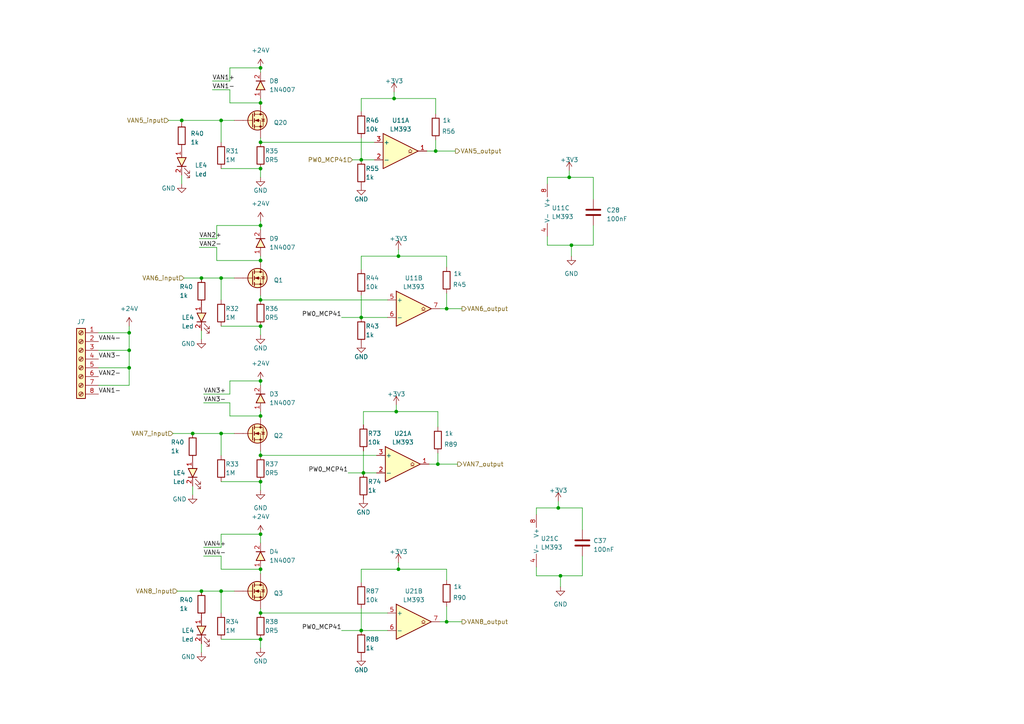
<source format=kicad_sch>
(kicad_sch (version 20230121) (generator eeschema)
  (paper "A4")
  (lib_symbols
    (symbol "Comparator:LM393" (pin_names (offset 0.127))
      (property "Reference" "U" (at 3.81 3.81 0))
      (property "Value" "LM393" (at 6.35 -3.81 0))
      (symbol "LM393_1_1"
        (polyline (pts (xy -5.08 5.08) (xy 5.08 0) (xy -5.08 -5.08) (xy -5.08 5.08)) (stroke (width 0.254)) (fill (type background)))
        (polyline (pts (xy 3.302 -0.508) (xy 2.794 -0.508) (xy 3.302 0) (xy 2.794 0.508) (xy 2.286 0) (xy 2.794 -0.508) (xy 2.286 -0.508)) (stroke (width 0.127)))
        (pin open_collector line (at 7.62 0 180) (length 2.54) (name "~") (number "1"))
        (pin input line (at -7.62 -2.54 0) (length 2.54) (name "-") (number "2"))
        (pin input line (at -7.62 2.54 0) (length 2.54) (name "+") (number "3"))
      )
      (symbol "LM393_2_1"
        (polyline (pts (xy -5.08 5.08) (xy 5.08 0) (xy -5.08 -5.08) (xy -5.08 5.08)) (stroke (width 0.254)) (fill (type background)))
        (polyline (pts (xy 3.302 -0.508) (xy 2.794 -0.508) (xy 3.302 0) (xy 2.794 0.508) (xy 2.286 0) (xy 2.794 -0.508) (xy 2.286 -0.508)) (stroke (width 0.127)))
        (pin input line (at -7.62 2.54 0) (length 2.54) (name "+") (number "5"))
        (pin input line (at -7.62 -2.54 0) (length 2.54) (name "-") (number "6"))
        (pin open_collector line (at 7.62 0 180) (length 2.54) (name "~") (number "7"))
      )
      (symbol "LM393_3_1"
        (pin power_in line (at -2.54 -7.62 90) (length 3.81) (name "V-") (number "4"))
        (pin power_in line (at -2.54 7.62 270) (length 3.81) (name "V+") (number "8"))
      )
    )
    (symbol "Connector:Screw_Terminal_01x08" (pin_names (offset 1.016) hide)
      (property "Reference" "J" (at 0 10.16 0))
      (property "Value" "Screw_Terminal_01x08" (at 0 -12.7 0))
      (symbol "Screw_Terminal_01x08_1_1"
        (rectangle (start -1.27 8.89) (end 1.27 -11.43) (stroke (width 0.254)) (fill (type background)))
        (circle (center 0 -10.16) (radius 0.635) (stroke (width 0.1524)))
        (circle (center 0 -7.62) (radius 0.635) (stroke (width 0.1524)))
        (circle (center 0 -5.08) (radius 0.635) (stroke (width 0.1524)))
        (circle (center 0 -2.54) (radius 0.635) (stroke (width 0.1524)))
        (polyline (pts (xy -0.5334 -9.8298) (xy 0.3302 -10.668)) (stroke (width 0.1524)))
        (polyline (pts (xy -0.5334 -7.2898) (xy 0.3302 -8.128)) (stroke (width 0.1524)))
        (polyline (pts (xy -0.5334 -4.7498) (xy 0.3302 -5.588)) (stroke (width 0.1524)))
        (polyline (pts (xy -0.5334 -2.2098) (xy 0.3302 -3.048)) (stroke (width 0.1524)))
        (polyline (pts (xy -0.5334 0.3302) (xy 0.3302 -0.508)) (stroke (width 0.1524)))
        (polyline (pts (xy -0.5334 2.8702) (xy 0.3302 2.032)) (stroke (width 0.1524)))
        (polyline (pts (xy -0.5334 5.4102) (xy 0.3302 4.572)) (stroke (width 0.1524)))
        (polyline (pts (xy -0.5334 7.9502) (xy 0.3302 7.112)) (stroke (width 0.1524)))
        (polyline (pts (xy -0.3556 -9.652) (xy 0.508 -10.4902)) (stroke (width 0.1524)))
        (polyline (pts (xy -0.3556 -7.112) (xy 0.508 -7.9502)) (stroke (width 0.1524)))
        (polyline (pts (xy -0.3556 -4.572) (xy 0.508 -5.4102)) (stroke (width 0.1524)))
        (polyline (pts (xy -0.3556 -2.032) (xy 0.508 -2.8702)) (stroke (width 0.1524)))
        (polyline (pts (xy -0.3556 0.508) (xy 0.508 -0.3302)) (stroke (width 0.1524)))
        (polyline (pts (xy -0.3556 3.048) (xy 0.508 2.2098)) (stroke (width 0.1524)))
        (polyline (pts (xy -0.3556 5.588) (xy 0.508 4.7498)) (stroke (width 0.1524)))
        (polyline (pts (xy -0.3556 8.128) (xy 0.508 7.2898)) (stroke (width 0.1524)))
        (circle (center 0 0) (radius 0.635) (stroke (width 0.1524)))
        (circle (center 0 2.54) (radius 0.635) (stroke (width 0.1524)))
        (circle (center 0 5.08) (radius 0.635) (stroke (width 0.1524)))
        (circle (center 0 7.62) (radius 0.635) (stroke (width 0.1524)))
        (pin passive line (at -5.08 7.62 0) (length 3.81) (name "Pin_1") (number "1"))
        (pin passive line (at -5.08 5.08 0) (length 3.81) (name "Pin_2") (number "2"))
        (pin passive line (at -5.08 2.54 0) (length 3.81) (name "Pin_3") (number "3"))
        (pin passive line (at -5.08 0 0) (length 3.81) (name "Pin_4") (number "4"))
        (pin passive line (at -5.08 -2.54 0) (length 3.81) (name "Pin_5") (number "5"))
        (pin passive line (at -5.08 -5.08 0) (length 3.81) (name "Pin_6") (number "6"))
        (pin passive line (at -5.08 -7.62 0) (length 3.81) (name "Pin_7") (number "7"))
        (pin passive line (at -5.08 -10.16 0) (length 3.81) (name "Pin_8") (number "8"))
      )
    )
    (symbol "Device:C" (pin_numbers hide) (pin_names (offset 0.254))
      (property "Reference" "C" (at 0.635 2.54 0))
      (property "Value" "C" (at 0.635 -2.54 0))
      (symbol "C_0_1"
        (polyline (pts (xy -2.032 -0.762) (xy 2.032 -0.762)) (stroke (width 0.508)))
        (polyline (pts (xy -2.032 0.762) (xy 2.032 0.762)) (stroke (width 0.508)))
      )
      (symbol "C_1_1"
        (pin passive line (at 0 3.81 270) (length 2.794) (name "~") (number "1"))
        (pin passive line (at 0 -3.81 90) (length 2.794) (name "~") (number "2"))
      )
    )
    (symbol "Device:R" (pin_numbers hide) (pin_names (offset 0))
      (property "Reference" "R" (at 2.032 0 90))
      (property "Value" "R" (at 0 0 90))
      (symbol "R_0_1"
        (rectangle (start -1.016 -2.54) (end 1.016 2.54) (stroke (width 0.254)))
      )
      (symbol "R_1_1"
        (pin passive line (at 0 3.81 270) (length 1.27) (name "~") (number "1"))
        (pin passive line (at 0 -3.81 90) (length 1.27) (name "~") (number "2"))
      )
    )
    (symbol "IVS_SYMBOLS:Led"
      (property "Reference" "LE" (at 0.508 -2.794 0))
      (property "Value" "Led" (at -0.254 2.794 0))
      (symbol "Led_0_1"
        (polyline (pts (xy 0 -1.27) (xy 0 1.27)) (stroke (width 0.254)))
        (polyline (pts (xy 2.54 -1.27) (xy 2.54 1.27) (xy 0 0) (xy 2.54 -1.27)) (stroke (width 0.254)) (fill (type background)))
        (polyline (pts (xy -1.778 -0.762) (xy -3.302 -2.286) (xy -2.54 -2.286) (xy -3.302 -2.286) (xy -3.302 -1.524)))
        (polyline (pts (xy -0.508 -0.762) (xy -2.032 -2.286) (xy -1.27 -2.286) (xy -2.032 -2.286) (xy -2.032 -1.524)))
      )
      (symbol "Led_1_1"
        (pin passive line (at 5.08 0 180) (length 2.54) (name "") (number "1"))
        (pin passive line (at -2.54 0 0) (length 2.54) (name "") (number "2"))
      )
    )
    (symbol "IVS_SYMBOLS:N_Mosfet" (pin_numbers hide) (pin_names hide)
      (property "Reference" "Q" (at 2.794 1.2192 0))
      (symbol "N_Mosfet_0_1"
        (circle (center -0.889 0) (radius 2.794) (stroke (width 0.254)) (fill (type background)))
        (circle (center 0 -1.778) (radius 0.254) (fill (type outline)))
        (polyline (pts (xy -2.286 0) (xy -5.08 0)))
        (polyline (pts (xy -2.286 1.905) (xy -2.286 -1.905)) (stroke (width 0.254)))
        (polyline (pts (xy -1.778 -1.27) (xy -1.778 -2.286)) (stroke (width 0.254)))
        (polyline (pts (xy -1.778 0.508) (xy -1.778 -0.508)) (stroke (width 0.254)))
        (polyline (pts (xy -1.778 2.286) (xy -1.778 1.27)) (stroke (width 0.254)))
        (polyline (pts (xy 0 2.54) (xy 0 1.778)))
        (polyline (pts (xy 0 -2.54) (xy 0 0) (xy -1.778 0)))
        (polyline (pts (xy -1.778 -1.778) (xy 0.762 -1.778) (xy 0.762 1.778) (xy -1.778 1.778)))
        (polyline (pts (xy -1.524 0) (xy -0.508 0.381) (xy -0.508 -0.381) (xy -1.524 0)) (fill (type outline)))
        (polyline (pts (xy 0.254 0.508) (xy 0.381 0.381) (xy 1.143 0.381) (xy 1.27 0.254)))
        (polyline (pts (xy 0.762 0.381) (xy 0.381 -0.254) (xy 1.143 -0.254) (xy 0.762 0.381)))
        (circle (center 0 1.778) (radius 0.254) (fill (type outline)))
      )
      (symbol "N_Mosfet_1_1"
        (pin input line (at -7.62 0 0) (length 2.54) (name "G") (number "1"))
        (pin passive line (at 0 -5.08 90) (length 2.54) (name "S") (number "2"))
        (pin passive line (at 0 5.08 270) (length 2.54) (name "D") (number "3"))
      )
    )
    (symbol "IVS_SYMBOL_DIR:D_Diode"
      (property "Reference" "D" (at 0 2.54 0))
      (property "Value" "D_Diode" (at 0 -2.54 0))
      (symbol "D_Diode_0_1"
        (polyline (pts (xy 0 1.27) (xy 0 -1.27)) (stroke (width 0.254)))
        (polyline (pts (xy 2.54 1.27) (xy 2.54 -1.27) (xy 0 0) (xy 2.54 1.27)) (stroke (width 0.254)) (fill (type background)))
      )
      (symbol "D_Diode_1_1"
        (pin passive line (at 5.08 0 180) (length 2.54) (name "") (number "1"))
        (pin passive line (at -2.54 0 0) (length 2.54) (name "") (number "2"))
      )
    )
    (symbol "Led_1"
      (property "Reference" "LE" (at 0.508 -2.794 0))
      (property "Value" "Led" (at -0.254 2.794 0))
      (symbol "Led_1_0_1"
        (polyline (pts (xy 0 -1.27) (xy 0 1.27)) (stroke (width 0.254)))
        (polyline (pts (xy 2.54 -1.27) (xy 2.54 1.27) (xy 0 0) (xy 2.54 -1.27)) (stroke (width 0.254)) (fill (type background)))
        (polyline (pts (xy -1.778 -0.762) (xy -3.302 -2.286) (xy -2.54 -2.286) (xy -3.302 -2.286) (xy -3.302 -1.524)))
        (polyline (pts (xy -0.508 -0.762) (xy -2.032 -2.286) (xy -1.27 -2.286) (xy -2.032 -2.286) (xy -2.032 -1.524)))
      )
      (symbol "Led_1_1_1"
        (pin passive line (at 5.08 0 180) (length 2.54) (name "") (number "1"))
        (pin passive line (at -2.54 0 0) (length 2.54) (name "") (number "2"))
      )
    )
    (symbol "Led_2"
      (property "Reference" "LE" (at 0.508 -2.794 0))
      (property "Value" "Led" (at -0.254 2.794 0))
      (symbol "Led_2_0_1"
        (polyline (pts (xy 0 -1.27) (xy 0 1.27)) (stroke (width 0.254)))
        (polyline (pts (xy 2.54 -1.27) (xy 2.54 1.27) (xy 0 0) (xy 2.54 -1.27)) (stroke (width 0.254)) (fill (type background)))
        (polyline (pts (xy -1.778 -0.762) (xy -3.302 -2.286) (xy -2.54 -2.286) (xy -3.302 -2.286) (xy -3.302 -1.524)))
        (polyline (pts (xy -0.508 -0.762) (xy -2.032 -2.286) (xy -1.27 -2.286) (xy -2.032 -2.286) (xy -2.032 -1.524)))
      )
      (symbol "Led_2_1_1"
        (pin passive line (at 5.08 0 180) (length 2.54) (name "") (number "1"))
        (pin passive line (at -2.54 0 0) (length 2.54) (name "") (number "2"))
      )
    )
    (symbol "Led_3"
      (property "Reference" "LE" (at 0.508 -2.794 0))
      (property "Value" "Led" (at -0.254 2.794 0))
      (symbol "Led_3_0_1"
        (polyline (pts (xy 0 -1.27) (xy 0 1.27)) (stroke (width 0.254)))
        (polyline (pts (xy 2.54 -1.27) (xy 2.54 1.27) (xy 0 0) (xy 2.54 -1.27)) (stroke (width 0.254)) (fill (type background)))
        (polyline (pts (xy -1.778 -0.762) (xy -3.302 -2.286) (xy -2.54 -2.286) (xy -3.302 -2.286) (xy -3.302 -1.524)))
        (polyline (pts (xy -0.508 -0.762) (xy -2.032 -2.286) (xy -1.27 -2.286) (xy -2.032 -2.286) (xy -2.032 -1.524)))
      )
      (symbol "Led_3_1_1"
        (pin passive line (at 5.08 0 180) (length 2.54) (name "") (number "1"))
        (pin passive line (at -2.54 0 0) (length 2.54) (name "") (number "2"))
      )
    )
    (symbol "power:+24V" (power) (pin_names (offset 0))
      (property "Value" "+24V" (at 0 3.556 0))
      (symbol "+24V_0_1"
        (polyline (pts (xy -0.762 1.27) (xy 0 2.54)))
        (polyline (pts (xy 0 0) (xy 0 2.54)))
        (polyline (pts (xy 0 2.54) (xy 0.762 1.27)))
      )
      (symbol "+24V_1_1"
        (pin power_in line (at 0 0 90) (length 0) hide (name "+24V") (number "1"))
      )
    )
    (symbol "power:+3V3" (power) (pin_names (offset 0))
      (property "Value" "+3V3" (at 0 3.556 0))
      (symbol "+3V3_0_1"
        (polyline (pts (xy -0.762 1.27) (xy 0 2.54)))
        (polyline (pts (xy 0 0) (xy 0 2.54)))
        (polyline (pts (xy 0 2.54) (xy 0.762 1.27)))
      )
      (symbol "+3V3_1_1"
        (pin power_in line (at 0 0 90) (length 0) hide (name "+3V3") (number "1"))
      )
    )
    (symbol "power:GND" (power) (pin_names (offset 0))
      (property "Value" "GND" (at 0 -3.81 0))
      (symbol "GND_0_1"
        (polyline (pts (xy 0 0) (xy 0 -1.27) (xy 1.27 -1.27) (xy 0 -2.54) (xy -1.27 -1.27) (xy 0 -1.27)))
      )
      (symbol "GND_1_1"
        (pin power_in line (at 0 0 270) (length 0) hide (name "GND") (number "1"))
      )
    )
  )
  (junction (at 165.1 51.435))
  (junction (at 75.565 29.845))
  (junction (at 64.135 171.45))
  (junction (at 161.925 147.32))
  (junction (at 105.41 137.16))
  (junction (at 104.775 92.075))
  (junction (at 104.775 182.88))
  (junction (at 165.735 71.12))
  (junction (at 75.565 132.08))
  (junction (at 37.465 106.68))
  (junction (at 64.135 80.645))
  (junction (at 75.565 185.42))
  (junction (at 75.565 110.49))
  (junction (at 37.465 101.6))
  (junction (at 162.56 167.005))
  (junction (at 129.54 180.34))
  (junction (at 37.465 96.52))
  (junction (at 58.42 80.645))
  (junction (at 75.565 94.615))
  (junction (at 75.565 154.94))
  (junction (at 115.57 165.1))
  (junction (at 75.565 41.275))
  (junction (at 64.135 125.73))
  (junction (at 75.565 75.565))
  (junction (at 75.565 139.7))
  (junction (at 55.88 125.73))
  (junction (at 58.42 171.45))
  (junction (at 75.565 65.405))
  (junction (at 75.565 120.65))
  (junction (at 127 134.62))
  (junction (at 104.775 46.355))
  (junction (at 64.135 34.925))
  (junction (at 115.57 74.295))
  (junction (at 75.565 19.685))
  (junction (at 75.565 177.8))
  (junction (at 114.935 119.38))
  (junction (at 52.705 34.925))
  (junction (at 75.565 165.1))
  (junction (at 126.365 43.815))
  (junction (at 75.565 48.895))
  (junction (at 129.54 89.535))
  (junction (at 75.565 86.995))
  (junction (at 114.3 28.575))
  (wire (pts (xy 115.57 74.295) (xy 129.54 74.295)))
  (wire (pts (xy 64.135 94.615) (xy 75.565 94.615)))
  (wire (pts (xy 75.565 110.49) (xy 75.565 111.76)))
  (wire (pts (xy 165.1 49.53) (xy 165.1 51.435)))
  (wire (pts (xy 57.785 69.215) (xy 62.865 69.215)))
  (wire (pts (xy 161.925 147.32) (xy 155.575 147.32)))
  (wire (pts (xy 112.395 177.8) (xy 75.565 177.8)))
  (wire (pts (xy 66.675 110.49) (xy 75.565 110.49)))
  (wire (pts (xy 155.575 167.005) (xy 162.56 167.005)))
  (wire (pts (xy 52.705 50.8) (xy 52.705 53.34)))
  (wire (pts (xy 50.165 125.73) (xy 55.88 125.73)))
  (wire (pts (xy 126.365 33.02) (xy 126.365 28.575)))
  (wire (pts (xy 75.565 94.615) (xy 75.565 97.155)))
  (wire (pts (xy 75.565 85.725) (xy 75.565 86.995)))
  (wire (pts (xy 114.935 119.38) (xy 105.41 119.38)))
  (wire (pts (xy 66.675 19.685) (xy 75.565 19.685)))
  (wire (pts (xy 105.41 130.81) (xy 105.41 137.16)))
  (wire (pts (xy 100.965 137.16) (xy 105.41 137.16)))
  (wire (pts (xy 162.56 167.005) (xy 162.56 170.18)))
  (wire (pts (xy 66.675 26.035) (xy 66.675 29.845)))
  (wire (pts (xy 75.565 154.94) (xy 75.565 157.48)))
  (wire (pts (xy 105.41 123.19) (xy 105.41 119.38)))
  (wire (pts (xy 61.595 23.495) (xy 66.675 23.495)))
  (wire (pts (xy 129.54 74.295) (xy 129.54 77.47)))
  (wire (pts (xy 64.135 125.73) (xy 67.945 125.73)))
  (wire (pts (xy 64.135 165.1) (xy 75.565 165.1)))
  (wire (pts (xy 55.88 125.73) (xy 64.135 125.73)))
  (wire (pts (xy 58.42 171.45) (xy 64.135 171.45)))
  (wire (pts (xy 62.865 69.215) (xy 62.865 65.405)))
  (wire (pts (xy 52.705 34.925) (xy 64.135 34.925)))
  (wire (pts (xy 37.465 101.6) (xy 37.465 106.68)))
  (wire (pts (xy 75.565 119.38) (xy 75.565 120.65)))
  (wire (pts (xy 64.135 171.45) (xy 67.945 171.45)))
  (wire (pts (xy 168.91 147.32) (xy 161.925 147.32)))
  (wire (pts (xy 66.675 29.845) (xy 75.565 29.845)))
  (wire (pts (xy 75.565 130.81) (xy 75.565 132.08)))
  (wire (pts (xy 112.395 86.995) (xy 75.565 86.995)))
  (wire (pts (xy 75.565 65.405) (xy 75.565 66.675)))
  (wire (pts (xy 52.705 35.56) (xy 52.705 34.925)))
  (wire (pts (xy 64.135 161.29) (xy 64.135 165.1)))
  (wire (pts (xy 124.46 134.62) (xy 127 134.62)))
  (wire (pts (xy 75.565 64.135) (xy 75.565 65.405)))
  (wire (pts (xy 64.135 139.7) (xy 75.565 139.7)))
  (wire (pts (xy 104.775 176.53) (xy 104.775 182.88)))
  (wire (pts (xy 62.865 75.565) (xy 75.565 75.565)))
  (wire (pts (xy 155.575 164.465) (xy 155.575 167.005)))
  (wire (pts (xy 114.3 26.67) (xy 114.3 28.575)))
  (wire (pts (xy 66.675 23.495) (xy 66.675 19.685)))
  (wire (pts (xy 155.575 147.32) (xy 155.575 149.225)))
  (wire (pts (xy 75.565 139.7) (xy 75.565 142.24)))
  (wire (pts (xy 64.135 86.995) (xy 64.135 80.645)))
  (wire (pts (xy 99.06 182.88) (xy 104.775 182.88)))
  (wire (pts (xy 37.465 96.52) (xy 37.465 101.6)))
  (wire (pts (xy 28.575 101.6) (xy 37.465 101.6)))
  (wire (pts (xy 59.055 116.84) (xy 66.675 116.84)))
  (wire (pts (xy 114.935 117.475) (xy 114.935 119.38)))
  (wire (pts (xy 59.055 114.3) (xy 66.675 114.3)))
  (wire (pts (xy 57.785 71.755) (xy 62.865 71.755)))
  (wire (pts (xy 165.735 71.12) (xy 172.085 71.12)))
  (wire (pts (xy 172.085 71.12) (xy 172.085 65.405)))
  (wire (pts (xy 115.57 72.39) (xy 115.57 74.295)))
  (wire (pts (xy 127 131.445) (xy 127 134.62)))
  (wire (pts (xy 48.895 34.925) (xy 52.705 34.925)))
  (wire (pts (xy 59.055 161.29) (xy 64.135 161.29)))
  (wire (pts (xy 64.135 154.94) (xy 75.565 154.94)))
  (wire (pts (xy 75.565 41.275) (xy 108.585 41.275)))
  (wire (pts (xy 62.865 65.405) (xy 75.565 65.405)))
  (wire (pts (xy 37.465 106.68) (xy 37.465 111.76)))
  (wire (pts (xy 126.365 43.815) (xy 132.08 43.815)))
  (wire (pts (xy 102.235 46.355) (xy 104.775 46.355)))
  (wire (pts (xy 104.775 74.295) (xy 115.57 74.295)))
  (wire (pts (xy 104.775 32.385) (xy 104.775 28.575)))
  (wire (pts (xy 62.865 71.755) (xy 62.865 75.565)))
  (wire (pts (xy 104.775 182.88) (xy 112.395 182.88)))
  (wire (pts (xy 104.775 165.1) (xy 115.57 165.1)))
  (wire (pts (xy 172.085 57.785) (xy 172.085 51.435)))
  (wire (pts (xy 28.575 106.68) (xy 37.465 106.68)))
  (wire (pts (xy 64.135 80.645) (xy 67.945 80.645)))
  (wire (pts (xy 37.465 111.76) (xy 28.575 111.76)))
  (wire (pts (xy 59.055 158.75) (xy 64.135 158.75)))
  (wire (pts (xy 75.565 185.42) (xy 75.565 187.96)))
  (wire (pts (xy 75.565 19.685) (xy 75.565 20.955)))
  (wire (pts (xy 158.75 68.58) (xy 158.75 71.12)))
  (wire (pts (xy 75.565 74.295) (xy 75.565 75.565)))
  (wire (pts (xy 58.42 186.69) (xy 58.42 189.23)))
  (wire (pts (xy 127 123.825) (xy 127 119.38)))
  (wire (pts (xy 168.91 153.67) (xy 168.91 147.32)))
  (wire (pts (xy 129.54 85.09) (xy 129.54 89.535)))
  (wire (pts (xy 64.135 158.75) (xy 64.135 154.94)))
  (wire (pts (xy 172.085 51.435) (xy 165.1 51.435)))
  (wire (pts (xy 114.3 28.575) (xy 104.775 28.575)))
  (wire (pts (xy 64.135 125.73) (xy 64.135 132.08)))
  (wire (pts (xy 104.775 40.005) (xy 104.775 46.355)))
  (wire (pts (xy 126.365 28.575) (xy 114.3 28.575)))
  (wire (pts (xy 64.135 48.895) (xy 75.565 48.895)))
  (wire (pts (xy 75.565 165.1) (xy 75.565 166.37)))
  (wire (pts (xy 104.775 78.105) (xy 104.775 74.295)))
  (wire (pts (xy 64.135 177.8) (xy 64.135 171.45)))
  (wire (pts (xy 129.54 175.895) (xy 129.54 180.34)))
  (wire (pts (xy 58.42 95.885) (xy 58.42 98.425)))
  (wire (pts (xy 64.135 185.42) (xy 75.565 185.42)))
  (wire (pts (xy 115.57 163.195) (xy 115.57 165.1)))
  (wire (pts (xy 104.775 46.355) (xy 108.585 46.355)))
  (wire (pts (xy 123.825 43.815) (xy 126.365 43.815)))
  (wire (pts (xy 75.565 176.53) (xy 75.565 177.8)))
  (wire (pts (xy 64.135 34.925) (xy 67.945 34.925)))
  (wire (pts (xy 129.54 165.1) (xy 129.54 168.275)))
  (wire (pts (xy 61.595 26.035) (xy 66.675 26.035)))
  (wire (pts (xy 165.1 51.435) (xy 158.75 51.435)))
  (wire (pts (xy 66.675 114.3) (xy 66.675 110.49)))
  (wire (pts (xy 104.775 85.725) (xy 104.775 92.075)))
  (wire (pts (xy 126.365 40.64) (xy 126.365 43.815)))
  (wire (pts (xy 161.925 145.415) (xy 161.925 147.32)))
  (wire (pts (xy 66.675 116.84) (xy 66.675 120.65)))
  (wire (pts (xy 168.91 167.005) (xy 168.91 161.29)))
  (wire (pts (xy 127 119.38) (xy 114.935 119.38)))
  (wire (pts (xy 75.565 132.08) (xy 109.22 132.08)))
  (wire (pts (xy 129.54 180.34) (xy 133.985 180.34)))
  (wire (pts (xy 55.88 140.97) (xy 55.88 143.51)))
  (wire (pts (xy 58.42 80.645) (xy 64.135 80.645)))
  (wire (pts (xy 53.34 80.645) (xy 58.42 80.645)))
  (wire (pts (xy 51.435 171.45) (xy 58.42 171.45)))
  (wire (pts (xy 129.54 180.34) (xy 127.635 180.34)))
  (wire (pts (xy 127 134.62) (xy 132.715 134.62)))
  (wire (pts (xy 75.565 28.575) (xy 75.565 29.845)))
  (wire (pts (xy 129.54 89.535) (xy 133.985 89.535)))
  (wire (pts (xy 158.75 51.435) (xy 158.75 53.34)))
  (wire (pts (xy 165.735 71.12) (xy 165.735 74.295)))
  (wire (pts (xy 104.775 168.91) (xy 104.775 165.1)))
  (wire (pts (xy 105.41 137.16) (xy 109.22 137.16)))
  (wire (pts (xy 129.54 89.535) (xy 127.635 89.535)))
  (wire (pts (xy 75.565 48.895) (xy 75.565 51.435)))
  (wire (pts (xy 37.465 94.615) (xy 37.465 96.52)))
  (wire (pts (xy 75.565 40.005) (xy 75.565 41.275)))
  (wire (pts (xy 66.675 120.65) (xy 75.565 120.65)))
  (wire (pts (xy 115.57 165.1) (xy 129.54 165.1)))
  (wire (pts (xy 28.575 96.52) (xy 37.465 96.52)))
  (wire (pts (xy 99.06 92.075) (xy 104.775 92.075)))
  (wire (pts (xy 64.135 41.275) (xy 64.135 34.925)))
  (wire (pts (xy 162.56 167.005) (xy 168.91 167.005)))
  (wire (pts (xy 158.75 71.12) (xy 165.735 71.12)))
  (wire (pts (xy 104.775 92.075) (xy 112.395 92.075)))
  (label "VAN1-" (at 28.575 114.3 0))
  (label "VAN3+" (at 59.055 114.3 0))
  (label "VAN1-" (at 61.595 26.035 0))
  (label "PW0_MCP41" (at 99.06 92.075 180))
  (label "VAN3-" (at 59.055 116.84 0))
  (label "VAN2-" (at 57.785 71.755 0))
  (label "VAN3-" (at 28.575 104.14 0))
  (label "VAN4+" (at 59.055 158.75 0))
  (label "VAN4-" (at 28.575 99.06 0))
  (label "VAN4-" (at 59.055 161.29 0))
  (label "VAN1+" (at 61.595 23.495 0))
  (label "VAN2+" (at 57.785 69.215 0))
  (label "PW0_MCP41" (at 100.965 137.16 180))
  (label "VAN2-" (at 28.575 109.22 0))
  (label "PW0_MCP41" (at 99.06 182.88 180))
  (hierarchical_label "VAN8_input" (shape input) (at 51.435 171.45 180))
  (hierarchical_label "VAN6_output" (shape output) (at 133.985 89.535 0))
  (hierarchical_label "VAN7_input" (shape input) (at 50.165 125.73 180))
  (hierarchical_label "VAN7_output" (shape output) (at 132.715 134.62 0))
  (hierarchical_label "PW0_MCP41" (shape input) (at 102.235 46.355 180))
  (hierarchical_label "VAN5_output" (shape output) (at 132.08 43.815 0))
  (hierarchical_label "VAN5_input" (shape input) (at 48.895 34.925 180))
  (hierarchical_label "VAN6_input" (shape input) (at 53.34 80.645 180))
  (hierarchical_label "VAN8_output" (shape output) (at 133.985 180.34 0))
  (symbol (lib_id "Device:R") (at 58.42 175.26 0) (unit 1)
    (property "Reference" "R40" (at 52.07 173.99 0) (effects (justify left)))
    (property "Value" "1k" (at 52.07 176.53 0) (effects (justify left)))
    (property "Footprint" "IVS_FOOTPRINTS:R_0603" (effects hide))
    (instances (project "dongtam" (path "" (reference "R40") (unit 1)) (path "" (reference "R117") (unit 1)) (path "" (reference "R50") (unit 1))))
  )
  (symbol (lib_id "IVS_SYMBOL_DIR:D_Diode") (at 75.565 69.215 270) (unit 1)
    (property "Reference" "D9" (at 78.105 69.2149 90) (effects (justify left)))
    (property "Value" "1N4007" (at 78.105 71.7549 90) (effects (justify left)))
    (property "Footprint" "IVS_FOOTPRINTS:D_SOD323" (effects hide))
    (instances (project "dongtam" (path "" (reference "D9") (unit 1)) (path "" (reference "D11") (unit 1))))
  )
  (symbol (lib_id "Comparator:LM393") (at 116.205 43.815 0) (unit 1)
    (property "Reference" "U11" (at 116.205 34.925 0))
    (property "Value" "LM393" (at 116.205 37.465 0))
    (property "Footprint" "IVS_FOOTPRINTS:SOIC-8_3.9x4.9mm_P1.27mm" (effects hide))
    (property "Datasheet" "http://www.ti.com/lit/ds/symlink/lm393.pdf" (effects hide))
    (instances (project "dongtam" (path "" (reference "U11") (unit 1)) (path "" (reference "U12") (unit 1))))
  )
  (symbol (lib_id "Device:R") (at 104.775 186.69 0) (unit 1)
    (property "Reference" "R88" (at 106.045 185.42 0) (effects (justify left)))
    (property "Value" "1k" (at 106.045 187.96 0) (effects (justify left)))
    (property "Footprint" "IVS_FOOTPRINTS:R_0603" (effects hide))
    (instances (project "dongtam" (path "" (reference "R88") (unit 1)) (path "" (reference "R123") (unit 1))))
  )
  (symbol (lib_id "power:+24V") (at 75.565 154.94 0) (unit 1)
    (property "Reference" "#PWR079" (effects hide))
    (property "Value" "+24V" (at 75.565 149.86 0))
    (instances (project "dongtam" (path "" (reference "#PWR079") (unit 1)) (path "" (reference "#PWR0107") (unit 1))))
  )
  (symbol (lib_id "IVS_SYMBOLS:N_Mosfet") (at 75.565 125.73 0) (unit 1)
    (property "Reference" "Q2" (at 79.375 126.365 0) (effects (justify left)))
    (property "Value" "N_Mosfet" (effects hide))
    (property "Footprint" "IVS_FOOTPRINTS:SOT23-3" (effects hide))
    (property "Datasheet" "https://www.onsemi.com/pub/Collateral/BSS138-D.PDF" (effects hide))
    (instances (project "dongtam" (path "" (reference "Q2") (unit 1)) (path "" (reference "Q6") (unit 1))))
  )
  (symbol (lib_id "Device:R") (at 64.135 45.085 0) (unit 1)
    (property "Reference" "R31" (at 65.405 43.815 0) (effects (justify left)))
    (property "Value" "1M" (at 65.405 46.355 0) (effects (justify left)))
    (property "Footprint" "IVS_FOOTPRINTS:R_0603" (effects hide))
    (instances (project "dongtam" (path "" (reference "R31") (unit 1)) (path "" (reference "R51") (unit 1))))
  )
  (symbol (lib_id "IVS_SYMBOL_DIR:D_Diode") (at 75.565 23.495 270) (unit 1)
    (property "Reference" "D8" (at 78.105 23.4949 90) (effects (justify left)))
    (property "Value" "1N4007" (at 78.105 26.0349 90) (effects (justify left)))
    (property "Footprint" "IVS_FOOTPRINTS:D_SOD323" (effects hide))
    (instances (project "dongtam" (path "" (reference "D8") (unit 1)) (path "" (reference "D10") (unit 1))))
  )
  (symbol (lib_id "Comparator:LM393") (at 116.84 134.62 0) (unit 1)
    (property "Reference" "U21" (at 116.84 125.73 0))
    (property "Value" "LM393" (at 116.84 128.27 0))
    (property "Footprint" "IVS_FOOTPRINTS:SOIC-8_3.9x4.9mm_P1.27mm" (effects hide))
    (property "Datasheet" "http://www.ti.com/lit/ds/symlink/lm393.pdf" (effects hide))
    (instances (project "dongtam" (path "" (reference "U21") (unit 1)) (path "" (reference "U22") (unit 1))))
  )
  (symbol (lib_id "power:+3V3") (at 115.57 163.195 0) (unit 1)
    (property "Reference" "#PWR0121" (effects hide))
    (property "Value" "+3V3" (at 115.57 160.02 0))
    (instances (project "dongtam" (path "" (reference "#PWR0121") (unit 1)) (path "" (reference "#PWR0174") (unit 1))))
  )
  (symbol (lib_id "power:+24V") (at 37.465 94.615 0) (unit 1)
    (property "Reference" "#PWR088" (effects hide))
    (property "Value" "+24V" (at 37.465 89.535 0))
    (instances (project "dongtam" (path "" (reference "#PWR088") (unit 1)) (path "" (reference "#PWR092") (unit 1))))
  )
  (symbol (lib_id "power:GND") (at 52.705 53.34 0) (unit 1)
    (property "Reference" "#PWR083" (effects hide))
    (property "Value" "GND" (at 48.895 54.61 0))
    (instances (project "dongtam" (path "" (reference "#PWR083") (unit 1)) (path "" (reference "#PWR0124") (unit 1)) (path "" (reference "#PWR093") (unit 1))))
  )
  (symbol (lib_id "IVS_SYMBOLS:N_Mosfet") (at 75.565 34.925 0) (unit 1)
    (property "Reference" "Q20" (at 79.375 35.56 0) (effects (justify left)))
    (property "Value" "N_Mosfet" (effects hide))
    (property "Footprint" "IVS_FOOTPRINTS:SOT23-3" (effects hide))
    (property "Datasheet" "https://www.onsemi.com/pub/Collateral/BSS138-D.PDF" (effects hide))
    (instances (project "dongtam" (path "" (reference "Q20") (unit 1)) (path "" (reference "Q4") (unit 1))))
  )
  (symbol (lib_id "Device:R") (at 64.135 90.805 0) (unit 1)
    (property "Reference" "R32" (at 65.405 89.535 0) (effects (justify left)))
    (property "Value" "1M" (at 65.405 92.075 0) (effects (justify left)))
    (property "Footprint" "IVS_FOOTPRINTS:R_0603" (effects hide))
    (instances (project "dongtam" (path "" (reference "R32") (unit 1)) (path "" (reference "R52") (unit 1))))
  )
  (symbol (lib_id "power:GND") (at 104.775 99.695 0) (unit 1)
    (property "Reference" "#PWR082" (effects hide))
    (property "Value" "GND" (at 104.775 103.505 0))
    (instances (project "dongtam" (path "" (reference "#PWR082") (unit 1)) (path "" (reference "#PWR0110") (unit 1))))
  )
  (symbol (lib_id "Device:C") (at 168.91 157.48 0) (unit 1)
    (property "Reference" "C37" (at 172.085 156.845 0) (effects (justify left)))
    (property "Value" "100nF" (at 172.085 159.385 0) (effects (justify left)))
    (property "Footprint" "IVS_FOOTPRINTS:C_0603" (effects hide))
    (instances (project "dongtam" (path "" (reference "C37") (unit 1)) (path "" (reference "C29") (unit 1))))
  )
  (symbol (lib_id "Device:R") (at 75.565 181.61 0) (unit 1)
    (property "Reference" "R38" (at 76.835 180.34 0) (effects (justify left)))
    (property "Value" "0R5" (at 76.835 182.88 0) (effects (justify left)))
    (property "Footprint" "IVS_FOOTPRINTS:R_0805" (effects hide))
    (instances (project "dongtam" (path "" (reference "R38") (unit 1)) (path "" (reference "R62") (unit 1))))
  )
  (symbol (lib_id "power:+3V3") (at 114.3 26.67 0) (unit 1)
    (property "Reference" "#PWR090" (effects hide))
    (property "Value" "+3V3" (at 114.3 23.495 0))
    (instances (project "dongtam" (path "" (reference "#PWR090") (unit 1)) (path "" (reference "#PWR0169") (unit 1))))
  )
  (symbol (lib_id "Device:R") (at 55.88 129.54 0) (unit 1)
    (property "Reference" "R40" (at 49.53 128.27 0) (effects (justify left)))
    (property "Value" "1k" (at 49.53 130.81 0) (effects (justify left)))
    (property "Footprint" "IVS_FOOTPRINTS:R_0603" (effects hide))
    (instances (project "dongtam" (path "" (reference "R40") (unit 1)) (path "" (reference "R116") (unit 1)) (path "" (reference "R48") (unit 1))))
  )
  (symbol (lib_id "power:GND") (at 105.41 144.78 0) (unit 1)
    (property "Reference" "#PWR091" (effects hide))
    (property "Value" "GND" (at 105.41 148.59 0))
    (instances (project "dongtam" (path "" (reference "#PWR091") (unit 1)) (path "" (reference "#PWR0157") (unit 1))))
  )
  (symbol (lib_id "power:GND") (at 75.565 142.24 0) (unit 1)
    (property "Reference" "#PWR078" (effects hide))
    (property "Value" "GND" (at 75.565 147.32 0))
    (instances (project "dongtam" (path "" (reference "#PWR078") (unit 1)) (path "" (reference "#PWR0106") (unit 1))))
  )
  (symbol (lib_id "Device:R") (at 127 127.635 180) (unit 1)
    (property "Reference" "R89" (at 132.715 128.905 0) (effects (justify left)))
    (property "Value" "1k" (at 131.445 125.73 0) (effects (justify left)))
    (property "Footprint" "IVS_FOOTPRINTS:R_0603" (effects hide))
    (instances (project "dongtam" (path "" (reference "R89") (unit 1)) (path "" (reference "R127") (unit 1))))
  )
  (symbol (lib_id "Device:R") (at 105.41 127 0) (unit 1)
    (property "Reference" "R73" (at 106.68 125.73 0) (effects (justify left)))
    (property "Value" "10k" (at 106.68 128.27 0) (effects (justify left)))
    (property "Footprint" "IVS_FOOTPRINTS:R_0603" (effects hide))
    (instances (project "dongtam" (path "" (reference "R73") (unit 1)) (path "" (reference "R124") (unit 1))))
  )
  (symbol (lib_id "IVS_SYMBOL_DIR:D_Diode") (at 75.565 160.02 270) (unit 1)
    (property "Reference" "D4" (at 78.105 160.0199 90) (effects (justify left)))
    (property "Value" "1N4007" (at 78.105 162.5599 90) (effects (justify left)))
    (property "Footprint" "IVS_FOOTPRINTS:D_SOD323" (effects hide))
    (instances (project "dongtam" (path "" (reference "D4") (unit 1)) (path "" (reference "D13") (unit 1))))
  )
  (symbol (lib_id "Device:R") (at 104.775 36.195 0) (unit 1)
    (property "Reference" "R46" (at 106.045 34.925 0) (effects (justify left)))
    (property "Value" "10k" (at 106.045 37.465 0) (effects (justify left)))
    (property "Footprint" "IVS_FOOTPRINTS:R_0603" (effects hide))
    (instances (project "dongtam" (path "" (reference "R46") (unit 1)) (path "" (reference "R118") (unit 1))))
  )
  (symbol (lib_id "Device:R") (at 75.565 45.085 0) (unit 1)
    (property "Reference" "R35" (at 76.835 43.815 0) (effects (justify left)))
    (property "Value" "0R5" (at 76.835 46.355 0) (effects (justify left)))
    (property "Footprint" "IVS_FOOTPRINTS:R_0805" (effects hide))
    (instances (project "dongtam" (path "" (reference "R35") (unit 1)) (path "" (reference "R59") (unit 1))))
  )
  (symbol (lib_id "power:GND") (at 58.42 189.23 0) (unit 1)
    (property "Reference" "#PWR083" (effects hide))
    (property "Value" "GND" (at 54.61 190.5 0))
    (instances (project "dongtam" (path "" (reference "#PWR083") (unit 1)) (path "" (reference "#PWR0142") (unit 1)) (path "" (reference "#PWR096") (unit 1))))
  )
  (symbol (lib_id "Device:R") (at 129.54 81.28 180) (unit 1)
    (property "Reference" "R45" (at 135.255 82.55 0) (effects (justify left)))
    (property "Value" "1k" (at 133.985 79.375 0) (effects (justify left)))
    (property "Footprint" "IVS_FOOTPRINTS:R_0603" (effects hide))
    (instances (project "dongtam" (path "" (reference "R45") (unit 1)) (path "" (reference "R128") (unit 1))))
  )
  (symbol (lib_id "Device:R") (at 64.135 181.61 0) (unit 1)
    (property "Reference" "R34" (at 65.405 180.34 0) (effects (justify left)))
    (property "Value" "1M" (at 65.405 182.88 0) (effects (justify left)))
    (property "Footprint" "IVS_FOOTPRINTS:R_0603" (effects hide))
    (instances (project "dongtam" (path "" (reference "R34") (unit 1)) (path "" (reference "R54") (unit 1))))
  )
  (symbol (lib_name "Led_3") (lib_id "IVS_SYMBOLS:Led") (at 58.42 93.345 90) (unit 1)
    (property "Reference" "LE4" (at 52.705 92.075 90) (effects (justify right)))
    (property "Value" "Led" (at 52.705 94.615 90) (effects (justify right)))
    (property "Footprint" "IVS_FOOTPRINTS:LED_0603" (effects hide))
    (instances (project "dongtam" (path "" (reference "LE4") (unit 1)) (path "" (reference "LE7") (unit 1)) (path "" (reference "LE12") (unit 1))))
  )
  (symbol (lib_id "power:+3V3") (at 114.935 117.475 0) (unit 1)
    (property "Reference" "#PWR0105" (effects hide))
    (property "Value" "+3V3" (at 114.935 114.3 0))
    (instances (project "dongtam" (path "" (reference "#PWR0105") (unit 1)) (path "" (reference "#PWR0170") (unit 1))))
  )
  (symbol (lib_id "power:+3V3") (at 165.1 49.53 0) (unit 1)
    (property "Reference" "#PWR04" (effects hide))
    (property "Value" "+3V3" (at 165.1 46.355 0))
    (instances (project "dongtam" (path "" (reference "#PWR04") (unit 1)) (path "" (reference "#PWR0184") (unit 1))))
  )
  (symbol (lib_id "IVS_SYMBOLS:N_Mosfet") (at 75.565 80.645 0) (unit 1)
    (property "Reference" "Q1" (at 79.375 81.28 0) (effects (justify left)))
    (property "Value" "N_Mosfet" (effects hide))
    (property "Footprint" "IVS_FOOTPRINTS:SOT23-3" (effects hide))
    (property "Datasheet" "https://www.onsemi.com/pub/Collateral/BSS138-D.PDF" (effects hide))
    (instances (project "dongtam" (path "" (reference "Q1") (unit 1)) (path "" (reference "Q5") (unit 1))))
  )
  (symbol (lib_id "Device:R") (at 52.705 39.37 0) (unit 1)
    (property "Reference" "R40" (at 55.245 38.735 0) (effects (justify left)))
    (property "Value" "1k" (at 55.245 41.275 0) (effects (justify left)))
    (property "Footprint" "IVS_FOOTPRINTS:R_0603" (effects hide))
    (instances (project "dongtam" (path "" (reference "R40") (unit 1)) (path "" (reference "R114") (unit 1)) (path "" (reference "R47") (unit 1))))
  )
  (symbol (lib_id "power:GND") (at 55.88 143.51 0) (unit 1)
    (property "Reference" "#PWR083" (effects hide))
    (property "Value" "GND" (at 52.07 144.78 0))
    (instances (project "dongtam" (path "" (reference "#PWR083") (unit 1)) (path "" (reference "#PWR0141") (unit 1)) (path "" (reference "#PWR094") (unit 1))))
  )
  (symbol (lib_id "Device:R") (at 104.775 81.915 0) (unit 1)
    (property "Reference" "R44" (at 106.045 80.645 0) (effects (justify left)))
    (property "Value" "10k" (at 106.045 83.185 0) (effects (justify left)))
    (property "Footprint" "IVS_FOOTPRINTS:R_0603" (effects hide))
    (instances (project "dongtam" (path "" (reference "R44") (unit 1)) (path "" (reference "R120") (unit 1))))
  )
  (symbol (lib_id "Device:R") (at 129.54 172.085 180) (unit 1)
    (property "Reference" "R90" (at 135.255 173.355 0) (effects (justify left)))
    (property "Value" "1k" (at 133.985 170.18 0) (effects (justify left)))
    (property "Footprint" "IVS_FOOTPRINTS:R_0603" (effects hide))
    (instances (project "dongtam" (path "" (reference "R90") (unit 1)) (path "" (reference "R129") (unit 1))))
  )
  (symbol (lib_id "Comparator:LM393") (at 161.29 60.96 0) (unit 3)
    (property "Reference" "U11" (at 160.02 60.325 0) (effects (justify left)))
    (property "Value" "LM393" (at 160.02 62.865 0) (effects (justify left)))
    (property "Footprint" "IVS_FOOTPRINTS:SOIC-8_3.9x4.9mm_P1.27mm" (effects hide))
    (property "Datasheet" "http://www.ti.com/lit/ds/symlink/lm393.pdf" (effects hide))
    (instances (project "dongtam" (path "" (reference "U11") (unit 3)) (path "" (reference "U12") (unit 3))))
  )
  (symbol (lib_id "IVS_SYMBOLS:N_Mosfet") (at 75.565 171.45 0) (unit 1)
    (property "Reference" "Q3" (at 79.375 172.085 0) (effects (justify left)))
    (property "Value" "N_Mosfet" (effects hide))
    (property "Footprint" "IVS_FOOTPRINTS:SOT23-3" (effects hide))
    (property "Datasheet" "https://www.onsemi.com/pub/Collateral/BSS138-D.PDF" (effects hide))
    (instances (project "dongtam" (path "" (reference "Q3") (unit 1)) (path "" (reference "Q7") (unit 1))))
  )
  (symbol (lib_id "Comparator:LM393") (at 158.115 156.845 0) (unit 3)
    (property "Reference" "U21" (at 156.845 156.21 0) (effects (justify left)))
    (property "Value" "LM393" (at 156.845 158.75 0) (effects (justify left)))
    (property "Footprint" "IVS_FOOTPRINTS:SOIC-8_3.9x4.9mm_P1.27mm" (effects hide))
    (property "Datasheet" "http://www.ti.com/lit/ds/symlink/lm393.pdf" (effects hide))
    (instances (project "dongtam" (path "" (reference "U21") (unit 3)) (path "" (reference "U22") (unit 3))))
  )
  (symbol (lib_id "Device:R") (at 105.41 140.97 0) (unit 1)
    (property "Reference" "R74" (at 106.68 139.7 0) (effects (justify left)))
    (property "Value" "1k" (at 106.68 142.24 0) (effects (justify left)))
    (property "Footprint" "IVS_FOOTPRINTS:R_0603" (effects hide))
    (instances (project "dongtam" (path "" (reference "R74") (unit 1)) (path "" (reference "R125") (unit 1))))
  )
  (symbol (lib_id "IVS_SYMBOL_DIR:D_Diode") (at 75.565 114.3 270) (unit 1)
    (property "Reference" "D3" (at 78.105 114.2999 90) (effects (justify left)))
    (property "Value" "1N4007" (at 78.105 116.8399 90) (effects (justify left)))
    (property "Footprint" "IVS_FOOTPRINTS:D_SOD323" (effects hide))
    (instances (project "dongtam" (path "" (reference "D3") (unit 1)) (path "" (reference "D12") (unit 1))))
  )
  (symbol (lib_id "power:GND") (at 75.565 51.435 0) (unit 1)
    (property "Reference" "#PWR074" (effects hide))
    (property "Value" "GND" (at 75.565 55.245 0))
    (instances (project "dongtam" (path "" (reference "#PWR074") (unit 1)) (path "" (reference "#PWR098") (unit 1))))
  )
  (symbol (lib_id "Connector:Screw_Terminal_01x08") (at 23.495 104.14 0) (mirror y) (unit 1)
    (property "Reference" "J7" (at 23.495 93.345 0))
    (property "Value" "Screw_Terminal_01x08" (effects hide))
    (property "Footprint" "IVS_FOOTPRINTS:HT-3.96mm" (effects hide))
    (instances (project "dongtam" (path "" (reference "J7") (unit 1)) (path "" (reference "J8") (unit 1))))
  )
  (symbol (lib_id "power:+24V") (at 75.565 110.49 0) (unit 1)
    (property "Reference" "#PWR077" (effects hide))
    (property "Value" "+24V" (at 75.565 105.41 0))
    (instances (project "dongtam" (path "" (reference "#PWR077") (unit 1)) (path "" (reference "#PWR0101") (unit 1))))
  )
  (symbol (lib_id "power:+24V") (at 75.565 64.135 0) (unit 1)
    (property "Reference" "#PWR075" (effects hide))
    (property "Value" "+24V" (at 75.565 59.055 0))
    (instances (project "dongtam" (path "" (reference "#PWR075") (unit 1)) (path "" (reference "#PWR099") (unit 1))))
  )
  (symbol (lib_id "Comparator:LM393") (at 120.015 180.34 0) (unit 2)
    (property "Reference" "U21" (at 120.015 171.45 0))
    (property "Value" "LM393" (at 120.015 173.99 0))
    (property "Footprint" "IVS_FOOTPRINTS:SOIC-8_3.9x4.9mm_P1.27mm" (effects hide))
    (property "Datasheet" "http://www.ti.com/lit/ds/symlink/lm393.pdf" (effects hide))
    (instances (project "dongtam" (path "" (reference "U21") (unit 2)) (path "" (reference "U22") (unit 2))))
  )
  (symbol (lib_id "power:GND") (at 104.775 53.975 0) (unit 1)
    (property "Reference" "#PWR089" (effects hide))
    (property "Value" "GND" (at 104.775 57.785 0))
    (instances (project "dongtam" (path "" (reference "#PWR089") (unit 1)) (path "" (reference "#PWR0109") (unit 1))))
  )
  (symbol (lib_id "power:GND") (at 58.42 98.425 0) (unit 1)
    (property "Reference" "#PWR083" (effects hide))
    (property "Value" "GND" (at 54.61 99.695 0))
    (instances (project "dongtam" (path "" (reference "#PWR083") (unit 1)) (path "" (reference "#PWR0140") (unit 1)) (path "" (reference "#PWR095") (unit 1))))
  )
  (symbol (lib_id "power:+3V3") (at 161.925 145.415 0) (unit 1)
    (property "Reference" "#PWR0122" (effects hide))
    (property "Value" "+3V3" (at 161.925 142.24 0))
    (instances (project "dongtam" (path "" (reference "#PWR0122") (unit 1)) (path "" (reference "#PWR0175") (unit 1))))
  )
  (symbol (lib_id "power:GND") (at 75.565 187.96 0) (unit 1)
    (property "Reference" "#PWR080" (effects hide))
    (property "Value" "GND" (at 75.565 191.77 0))
    (instances (project "dongtam" (path "" (reference "#PWR080") (unit 1)) (path "" (reference "#PWR0108") (unit 1))))
  )
  (symbol (lib_name "Led_2") (lib_id "IVS_SYMBOLS:Led") (at 55.88 138.43 90) (unit 1)
    (property "Reference" "LE4" (at 50.165 137.16 90) (effects (justify right)))
    (property "Value" "Led" (at 50.165 139.7 90) (effects (justify right)))
    (property "Footprint" "IVS_FOOTPRINTS:LED_0603" (effects hide))
    (instances (project "dongtam" (path "" (reference "LE4") (unit 1)) (path "" (reference "LE8") (unit 1)) (path "" (reference "LE11") (unit 1))))
  )
  (symbol (lib_id "power:+3V3") (at 115.57 72.39 0) (unit 1)
    (property "Reference" "#PWR087" (effects hide))
    (property "Value" "+3V3" (at 115.57 69.215 0))
    (instances (project "dongtam" (path "" (reference "#PWR087") (unit 1)) (path "" (reference "#PWR0173") (unit 1))))
  )
  (symbol (lib_id "Device:R") (at 126.365 36.83 180) (unit 1)
    (property "Reference" "R56" (at 132.08 38.1 0) (effects (justify left)))
    (property "Value" "1k" (at 130.81 34.925 0) (effects (justify left)))
    (property "Footprint" "IVS_FOOTPRINTS:R_0603" (effects hide))
    (instances (project "dongtam" (path "" (reference "R56") (unit 1)) (path "" (reference "R126") (unit 1))))
  )
  (symbol (lib_id "power:GND") (at 162.56 170.18 0) (unit 1)
    (property "Reference" "#PWR0123" (effects hide))
    (property "Value" "GND" (at 162.56 175.26 0))
    (instances (project "dongtam" (path "" (reference "#PWR0123") (unit 1)) (path "" (reference "#PWR0183") (unit 1))))
  )
  (symbol (lib_id "Device:R") (at 75.565 135.89 0) (unit 1)
    (property "Reference" "R37" (at 76.835 134.62 0) (effects (justify left)))
    (property "Value" "0R5" (at 76.835 137.16 0) (effects (justify left)))
    (property "Footprint" "IVS_FOOTPRINTS:R_0805" (effects hide))
    (instances (project "dongtam" (path "" (reference "R37") (unit 1)) (path "" (reference "R61") (unit 1))))
  )
  (symbol (lib_id "Device:R") (at 75.565 90.805 0) (unit 1)
    (property "Reference" "R36" (at 76.835 89.535 0) (effects (justify left)))
    (property "Value" "0R5" (at 76.835 92.075 0) (effects (justify left)))
    (property "Footprint" "IVS_FOOTPRINTS:R_0805" (effects hide))
    (instances (project "dongtam" (path "" (reference "R36") (unit 1)) (path "" (reference "R60") (unit 1))))
  )
  (symbol (lib_id "Device:R") (at 64.135 135.89 0) (unit 1)
    (property "Reference" "R33" (at 65.405 134.62 0) (effects (justify left)))
    (property "Value" "1M" (at 65.405 137.16 0) (effects (justify left)))
    (property "Footprint" "IVS_FOOTPRINTS:R_0603" (effects hide))
    (instances (project "dongtam" (path "" (reference "R33") (unit 1)) (path "" (reference "R53") (unit 1))))
  )
  (symbol (lib_id "Device:C") (at 172.085 61.595 0) (unit 1)
    (property "Reference" "C28" (at 175.895 60.96 0) (effects (justify left)))
    (property "Value" "100nF" (at 175.895 63.5 0) (effects (justify left)))
    (property "Footprint" "IVS_FOOTPRINTS:C_0603" (effects hide))
    (instances (project "dongtam" (path "" (reference "C28") (unit 1)) (path "" (reference "C40") (unit 1))))
  )
  (symbol (lib_id "Device:R") (at 104.775 95.885 0) (unit 1)
    (property "Reference" "R43" (at 106.045 94.615 0) (effects (justify left)))
    (property "Value" "1k" (at 106.045 97.155 0) (effects (justify left)))
    (property "Footprint" "IVS_FOOTPRINTS:R_0603" (effects hide))
    (instances (project "dongtam" (path "" (reference "R43") (unit 1)) (path "" (reference "R121") (unit 1))))
  )
  (symbol (lib_id "power:GND") (at 104.775 190.5 0) (unit 1)
    (property "Reference" "#PWR0102" (effects hide))
    (property "Value" "GND" (at 104.775 194.31 0))
    (instances (project "dongtam" (path "" (reference "#PWR0102") (unit 1)) (path "" (reference "#PWR0143") (unit 1))))
  )
  (symbol (lib_id "power:GND") (at 165.735 74.295 0) (unit 1)
    (property "Reference" "#PWR081" (effects hide))
    (property "Value" "GND" (at 165.735 79.375 0))
    (instances (project "dongtam" (path "" (reference "#PWR081") (unit 1)) (path "" (reference "#PWR0185") (unit 1))))
  )
  (symbol (lib_name "Led_1") (lib_id "IVS_SYMBOLS:Led") (at 52.705 48.26 90) (unit 1)
    (property "Reference" "LE4" (at 56.515 47.9425 90) (effects (justify right)))
    (property "Value" "Led" (at 56.515 50.4825 90) (effects (justify right)))
    (property "Footprint" "IVS_FOOTPRINTS:LED_0603" (effects hide))
    (instances (project "dongtam" (path "" (reference "LE4") (unit 1)) (path "" (reference "LE6") (unit 1)) (path "" (reference "LE10") (unit 1))))
  )
  (symbol (lib_id "Device:R") (at 58.42 84.455 0) (unit 1)
    (property "Reference" "R40" (at 52.07 83.185 0) (effects (justify left)))
    (property "Value" "1k" (at 52.07 85.725 0) (effects (justify left)))
    (property "Footprint" "IVS_FOOTPRINTS:R_0603" (effects hide))
    (instances (project "dongtam" (path "" (reference "R40") (unit 1)) (path "" (reference "R115") (unit 1)) (path "" (reference "R49") (unit 1))))
  )
  (symbol (lib_id "Device:R") (at 104.775 50.165 0) (unit 1)
    (property "Reference" "R55" (at 106.045 48.895 0) (effects (justify left)))
    (property "Value" "1k" (at 106.045 51.435 0) (effects (justify left)))
    (property "Footprint" "IVS_FOOTPRINTS:R_0603" (effects hide))
    (instances (project "dongtam" (path "" (reference "R55") (unit 1)) (path "" (reference "R119") (unit 1))))
  )
  (symbol (lib_id "IVS_SYMBOLS:Led") (at 58.42 184.15 90) (unit 1)
    (property "Reference" "LE4" (at 52.705 182.88 90) (effects (justify right)))
    (property "Value" "Led" (at 52.705 185.42 90) (effects (justify right)))
    (property "Footprint" "IVS_FOOTPRINTS:LED_0603" (effects hide))
    (instances (project "dongtam" (path "" (reference "LE4") (unit 1)) (path "" (reference "LE9") (unit 1)) (path "" (reference "LE13") (unit 1))))
  )
  (symbol (lib_id "power:GND") (at 75.565 97.155 0) (unit 1)
    (property "Reference" "#PWR076" (effects hide))
    (property "Value" "GND" (at 75.565 100.965 0))
    (instances (project "dongtam" (path "" (reference "#PWR076") (unit 1)) (path "" (reference "#PWR0100") (unit 1))))
  )
  (symbol (lib_id "Device:R") (at 104.775 172.72 0) (unit 1)
    (property "Reference" "R87" (at 106.045 171.45 0) (effects (justify left)))
    (property "Value" "10k" (at 106.045 173.99 0) (effects (justify left)))
    (property "Footprint" "IVS_FOOTPRINTS:R_0603" (effects hide))
    (instances (project "dongtam" (path "" (reference "R87") (unit 1)) (path "" (reference "R122") (unit 1))))
  )
  (symbol (lib_id "power:+24V") (at 75.565 19.685 0) (unit 1)
    (property "Reference" "#PWR073" (effects hide))
    (property "Value" "+24V" (at 75.565 14.605 0))
    (instances (project "dongtam" (path "" (reference "#PWR073") (unit 1)) (path "" (reference "#PWR097") (unit 1))))
  )
  (symbol (lib_id "Comparator:LM393") (at 120.015 89.535 0) (unit 2)
    (property "Reference" "U11" (at 120.015 80.645 0))
    (property "Value" "LM393" (at 120.015 83.185 0))
    (property "Footprint" "IVS_FOOTPRINTS:SOIC-8_3.9x4.9mm_P1.27mm" (effects hide))
    (property "Datasheet" "http://www.ti.com/lit/ds/symlink/lm393.pdf" (effects hide))
    (instances (project "dongtam" (path "" (reference "U11") (unit 2)) (path "" (reference "U12") (unit 2))))
  )
)
</source>
